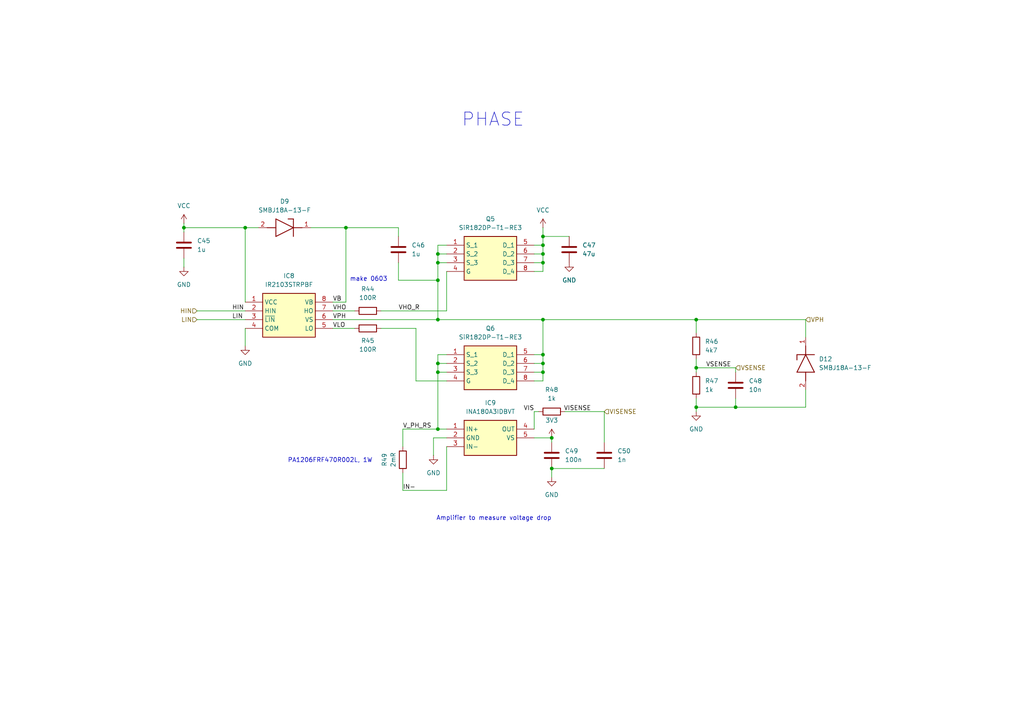
<source format=kicad_sch>
(kicad_sch (version 20250114) (generator "eeschema") (generator_version "9.0")
  (paper "A4")
  (lib_symbols
    (symbol "Device:C" (pin_numbers (hide yes)) (pin_names (offset 0.254))
      (property "Reference" "C" (at 0.635 2.54 0))
      (property "Value" "C" (at 0.635 -2.54 0))
      (symbol "C_0_1"
        (polyline (pts (xy -2.032 0.762) (xy 2.032 0.762)) (stroke (width 0.508)))
        (polyline (pts (xy -2.032 -0.762) (xy 2.032 -0.762)) (stroke (width 0.508)))
      )
      (symbol "C_1_1"
        (pin passive line (at 0 3.81 270) (length 2.794) (name "~") (number "1"))
        (pin passive line (at 0 -3.81 90) (length 2.794) (name "~") (number "2"))
      )
    )
    (symbol "Device:R" (pin_numbers (hide yes)) (pin_names (offset 0))
      (property "Reference" "R" (at 2.032 0 90))
      (property "Value" "R" (at 0 0 90))
      (symbol "R_0_1"
        (rectangle (start -1.016 -2.54) (end 1.016 2.54) (stroke (width 0.254)))
      )
      (symbol "R_1_1"
        (pin passive line (at 0 3.81 270) (length 1.27) (name "~") (number "1"))
        (pin passive line (at 0 -3.81 90) (length 1.27) (name "~") (number "2"))
      )
    )
    (symbol "SamacSys_Parts:INA180A3IDBVT"
      (property "Reference" "IC" (at 21.59 7.62 0))
      (property "Value" "INA180A3IDBVT" (at 21.59 5.08 0))
      (symbol "INA180A3IDBVT_1_1"
        (rectangle (start 5.08 2.54) (end 20.32 -7.62) (stroke (width 0.254)) (fill (type background)))
        (pin passive line (at 0 0 0) (length 5.08) (name "IN+") (number "1"))
        (pin passive line (at 0 -2.54 0) (length 5.08) (name "GND") (number "2"))
        (pin passive line (at 0 -5.08 0) (length 5.08) (name "IN-") (number "3"))
        (pin passive line (at 25.4 0 180) (length 5.08) (name "OUT") (number "4"))
        (pin passive line (at 25.4 -2.54 180) (length 5.08) (name "VS") (number "5"))
      )
    )
    (symbol "SamacSys_Parts:IR2103STRPBF"
      (property "Reference" "IC" (at 21.59 7.62 0))
      (property "Value" "IR2103STRPBF" (at 21.59 5.08 0))
      (symbol "IR2103STRPBF_1_1"
        (rectangle (start 5.08 2.54) (end 20.32 -10.16) (stroke (width 0.254)) (fill (type background)))
        (pin passive line (at 0 0 0) (length 5.08) (name "VCC") (number "1"))
        (pin passive line (at 0 -2.54 0) (length 5.08) (name "HIN") (number "2"))
        (pin passive line (at 0 -5.08 0) (length 5.08) (name "~{LIN}") (number "3"))
        (pin passive line (at 0 -7.62 0) (length 5.08) (name "COM") (number "4"))
        (pin passive line (at 25.4 0 180) (length 5.08) (name "VB") (number "8"))
        (pin passive line (at 25.4 -2.54 180) (length 5.08) (name "HO") (number "7"))
        (pin passive line (at 25.4 -5.08 180) (length 5.08) (name "VS") (number "6"))
        (pin passive line (at 25.4 -7.62 180) (length 5.08) (name "LO") (number "5"))
      )
    )
    (symbol "SamacSys_Parts:SMBJ18A-13-F" (pin_names (hide yes))
      (property "Reference" "D" (at 10.16 8.89 0))
      (property "Value" "SMBJ18A-13-F" (at 10.16 6.35 0))
      (symbol "SMBJ18A-13-F_1_1"
        (polyline (pts (xy 2.54 0) (xy 5.08 0)) (stroke (width 0.254)))
        (polyline (pts (xy 5.08 2.54) (xy 5.08 -2.54)) (stroke (width 0.254)))
        (polyline (pts (xy 5.08 0) (xy 10.16 2.54)) (stroke (width 0.254)))
        (polyline (pts (xy 5.08 -2.54) (xy 6.604 -2.54)) (stroke (width 0.254)))
        (polyline (pts (xy 10.16 -2.54) (xy 5.08 0)) (stroke (width 0.254)))
        (polyline (pts (xy 10.16 -2.54) (xy 10.16 2.54)) (stroke (width 0.254)))
        (polyline (pts (xy 12.7 0) (xy 10.16 0)) (stroke (width 0.254)))
        (pin passive line (at 0 0 0) (length 2.54) (name "K") (number "1"))
        (pin passive line (at 15.24 0 180) (length 2.54) (name "A") (number "2"))
      )
    )
    (symbol "SamacSys_Parts:SiR180DP-T1-RE3"
      (property "Reference" "Q" (at 21.59 7.62 0))
      (property "Value" "SiR180DP-T1-RE3" (at 21.59 5.08 0))
      (symbol "SiR180DP-T1-RE3_1_1"
        (rectangle (start 5.08 2.54) (end 20.32 -10.16) (stroke (width 0.254)) (fill (type background)))
        (pin passive line (at 0 0 0) (length 5.08) (name "S_1") (number "1"))
        (pin passive line (at 0 -2.54 0) (length 5.08) (name "S_2") (number "2"))
        (pin passive line (at 0 -5.08 0) (length 5.08) (name "S_3") (number "3"))
        (pin passive line (at 0 -7.62 0) (length 5.08) (name "G") (number "4"))
        (pin passive line (at 25.4 0 180) (length 5.08) (name "D_1") (number "5"))
        (pin passive line (at 25.4 -2.54 180) (length 5.08) (name "D_2") (number "6"))
        (pin passive line (at 25.4 -5.08 180) (length 5.08) (name "D_3") (number "7"))
        (pin passive line (at 25.4 -7.62 180) (length 5.08) (name "D_4") (number "8"))
      )
    )
    (symbol "power:GND" (power) (pin_numbers (hide yes)) (pin_names (offset 0) (hide yes))
      (property "Value" "GND" (at 0 -3.81 0))
      (symbol "GND_0_1"
        (polyline (pts (xy 0 0) (xy 0 -1.27) (xy 1.27 -1.27) (xy 0 -2.54) (xy -1.27 -1.27) (xy 0 -1.27)))
      )
      (symbol "GND_1_1"
        (pin power_in line (at 0 0 270) (length 0) (name "~") (number "1"))
      )
    )
    (symbol "power:VCC" (power) (pin_numbers (hide yes)) (pin_names (offset 0) (hide yes))
      (property "Value" "VCC" (at 0 3.556 0))
      (symbol "VCC_0_1"
        (polyline (pts (xy -0.762 1.27) (xy 0 2.54)))
        (polyline (pts (xy 0 2.54) (xy 0.762 1.27)))
        (polyline (pts (xy 0 0) (xy 0 2.54)))
      )
      (symbol "VCC_1_1"
        (pin power_in line (at 0 0 90) (length 0) (name "~") (number "1"))
      )
    )
  )
  (text "PA1206FRF470R002L, 1W" (at 95.758 133.604 0) (effects (font (size 1.27 1.27))))
  (text "PHASE" (at 143.002 34.798 0) (effects (font (size 3.81 3.81))))
  (text "make 0603" (at 106.934 81.026 0) (effects (font (size 1.27 1.27))))
  (text "Amplifier to measure voltage drop" (at 143.256 150.368 0) (effects (font (size 1.27 1.27))))
  (junction (at 157.48 92.71))
  (junction (at 100.33 66.04))
  (junction (at 213.36 118.11))
  (junction (at 160.02 135.89))
  (junction (at 201.93 106.68))
  (junction (at 71.12 66.04))
  (junction (at 201.93 92.71))
  (junction (at 157.48 102.87))
  (junction (at 127 107.95))
  (junction (at 157.48 105.41))
  (junction (at 160.02 127))
  (junction (at 157.48 107.95))
  (junction (at 127 81.28))
  (junction (at 53.34 66.04))
  (junction (at 157.48 71.12))
  (junction (at 157.48 73.66))
  (junction (at 201.93 118.11))
  (junction (at 157.48 76.2))
  (junction (at 127 76.2))
  (junction (at 127 124.46))
  (junction (at 127 73.66))
  (junction (at 157.48 68.58))
  (junction (at 127 92.71))
  (junction (at 127 105.41))
  (wire (pts (xy 157.48 105.41) (xy 157.48 107.95)))
  (wire (pts (xy 160.02 127) (xy 160.02 128.27)))
  (wire (pts (xy 96.52 87.63) (xy 100.33 87.63)))
  (wire (pts (xy 127 124.46) (xy 129.54 124.46)))
  (wire (pts (xy 96.52 92.71) (xy 127 92.71)))
  (wire (pts (xy 127 107.95) (xy 129.54 107.95)))
  (wire (pts (xy 201.93 92.71) (xy 233.68 92.71)))
  (wire (pts (xy 157.48 92.71) (xy 157.48 102.87)))
  (wire (pts (xy 175.26 119.38) (xy 175.26 128.27)))
  (wire (pts (xy 71.12 66.04) (xy 71.12 87.63)))
  (wire (pts (xy 127 105.41) (xy 129.54 105.41)))
  (wire (pts (xy 157.48 102.87) (xy 157.48 105.41)))
  (wire (pts (xy 154.94 78.74) (xy 157.48 78.74)))
  (wire (pts (xy 127 76.2) (xy 129.54 76.2)))
  (wire (pts (xy 154.94 107.95) (xy 157.48 107.95)))
  (wire (pts (xy 160.02 135.89) (xy 160.02 138.43)))
  (wire (pts (xy 157.48 68.58) (xy 165.1 68.58)))
  (wire (pts (xy 100.33 66.04) (xy 115.57 66.04)))
  (wire (pts (xy 100.33 87.63) (xy 100.33 66.04)))
  (wire (pts (xy 157.48 76.2) (xy 157.48 73.66)))
  (wire (pts (xy 127 81.28) (xy 127 92.71)))
  (wire (pts (xy 157.48 68.58) (xy 157.48 71.12)))
  (wire (pts (xy 120.65 95.25) (xy 120.65 110.49)))
  (wire (pts (xy 154.94 110.49) (xy 157.48 110.49)))
  (wire (pts (xy 129.54 129.54) (xy 129.54 142.24)))
  (wire (pts (xy 116.84 124.46) (xy 127 124.46)))
  (wire (pts (xy 116.84 142.24) (xy 129.54 142.24)))
  (wire (pts (xy 233.68 118.11) (xy 213.36 118.11)))
  (wire (pts (xy 53.34 64.77) (xy 53.34 66.04)))
  (wire (pts (xy 154.94 71.12) (xy 157.48 71.12)))
  (wire (pts (xy 154.94 124.46) (xy 154.94 119.38)))
  (wire (pts (xy 90.17 66.04) (xy 100.33 66.04)))
  (wire (pts (xy 127 73.66) (xy 127 76.2)))
  (wire (pts (xy 127 73.66) (xy 129.54 73.66)))
  (wire (pts (xy 127 107.95) (xy 127 124.46)))
  (wire (pts (xy 154.94 73.66) (xy 157.48 73.66)))
  (wire (pts (xy 125.73 132.08) (xy 125.73 127)))
  (wire (pts (xy 201.93 115.57) (xy 201.93 118.11)))
  (wire (pts (xy 71.12 95.25) (xy 71.12 100.33)))
  (wire (pts (xy 154.94 76.2) (xy 157.48 76.2)))
  (wire (pts (xy 129.54 102.87) (xy 127 102.87)))
  (wire (pts (xy 129.54 90.17) (xy 129.54 78.74)))
  (wire (pts (xy 201.93 106.68) (xy 201.93 107.95)))
  (wire (pts (xy 157.48 73.66) (xy 157.48 71.12)))
  (wire (pts (xy 116.84 137.16) (xy 116.84 142.24)))
  (wire (pts (xy 129.54 71.12) (xy 127 71.12)))
  (wire (pts (xy 115.57 66.04) (xy 115.57 68.58)))
  (wire (pts (xy 127 71.12) (xy 127 73.66)))
  (wire (pts (xy 163.83 119.38) (xy 175.26 119.38)))
  (wire (pts (xy 157.48 92.71) (xy 201.93 92.71)))
  (wire (pts (xy 154.94 102.87) (xy 157.48 102.87)))
  (wire (pts (xy 201.93 104.14) (xy 201.93 106.68)))
  (wire (pts (xy 71.12 66.04) (xy 74.93 66.04)))
  (wire (pts (xy 120.65 110.49) (xy 129.54 110.49)))
  (wire (pts (xy 154.94 127) (xy 160.02 127)))
  (wire (pts (xy 127 105.41) (xy 127 107.95)))
  (wire (pts (xy 201.93 118.11) (xy 201.93 119.38)))
  (wire (pts (xy 116.84 124.46) (xy 116.84 129.54)))
  (wire (pts (xy 233.68 92.71) (xy 233.68 97.79)))
  (wire (pts (xy 201.93 118.11) (xy 213.36 118.11)))
  (wire (pts (xy 115.57 76.2) (xy 115.57 81.28)))
  (wire (pts (xy 96.52 95.25) (xy 102.87 95.25)))
  (wire (pts (xy 57.15 90.17) (xy 71.12 90.17)))
  (wire (pts (xy 125.73 127) (xy 129.54 127)))
  (wire (pts (xy 110.49 90.17) (xy 129.54 90.17)))
  (wire (pts (xy 213.36 118.11) (xy 213.36 115.57)))
  (wire (pts (xy 110.49 95.25) (xy 120.65 95.25)))
  (wire (pts (xy 53.34 74.93) (xy 53.34 77.47)))
  (wire (pts (xy 96.52 90.17) (xy 102.87 90.17)))
  (wire (pts (xy 127 76.2) (xy 127 81.28)))
  (wire (pts (xy 157.48 107.95) (xy 157.48 110.49)))
  (wire (pts (xy 127 102.87) (xy 127 105.41)))
  (wire (pts (xy 154.94 119.38) (xy 156.21 119.38)))
  (wire (pts (xy 213.36 106.68) (xy 213.36 107.95)))
  (wire (pts (xy 201.93 92.71) (xy 201.93 96.52)))
  (wire (pts (xy 157.48 66.04) (xy 157.48 68.58)))
  (wire (pts (xy 57.15 92.71) (xy 71.12 92.71)))
  (wire (pts (xy 201.93 106.68) (xy 213.36 106.68)))
  (wire (pts (xy 53.34 66.04) (xy 53.34 67.31)))
  (wire (pts (xy 160.02 135.89) (xy 175.26 135.89)))
  (wire (pts (xy 53.34 66.04) (xy 71.12 66.04)))
  (wire (pts (xy 154.94 105.41) (xy 157.48 105.41)))
  (wire (pts (xy 233.68 113.03) (xy 233.68 118.11)))
  (wire (pts (xy 157.48 78.74) (xy 157.48 76.2)))
  (wire (pts (xy 127 92.71) (xy 157.48 92.71)))
  (wire (pts (xy 115.57 81.28) (xy 127 81.28)))
  (label "VPH" (at 96.52 92.71 0))
  (label "VB" (at 96.52 87.63 0))
  (label "VIS" (at 154.94 119.38 180))
  (label "VHO" (at 96.52 90.17 0))
  (label "V_PH_RS" (at 116.84 124.46 0))
  (label "VSENSE" (at 212.09 106.68 180))
  (label "LIN" (at 67.31 92.71 0))
  (label "VISENSE" (at 171.45 119.38 180))
  (label "HIN" (at 67.31 90.17 0))
  (label "IN-" (at 116.84 142.24 0))
  (label "VHO_R" (at 115.57 90.17 0))
  (label "VLO" (at 96.52 95.25 0))
  (hierarchical_label "HIN" (shape input) (at 57.15 90.17 180))
  (hierarchical_label "VSENSE" (shape input) (at 213.36 106.68 0))
  (hierarchical_label "VPH" (shape input) (at 233.68 92.71 0))
  (hierarchical_label "VISENSE" (shape input) (at 175.26 119.38 0))
  (hierarchical_label "LIN" (shape input) (at 57.15 92.71 180))
  (symbol (lib_id "power:GND") (at 165.1 76.2 0) (unit 1)
    (property "Reference" "#PWR050" (effects (hide yes)))
    (property "Value" "GND" (at 165.1 81.28 0))
    (property "Description" "Power symbol creates a global label with name \"GND\" , ground" (effects (hide yes)))
    (instances (project "esc" (path "" (reference "#PWR078") (unit 1)) (path "" (reference "#PWR050") (unit 1)) (path "" (reference "#PWR059") (unit 1))))
  )
  (symbol (lib_id "SamacSys_Parts:SMBJ18A-13-F") (at 90.17 66.04 180) (unit 1)
    (property "Reference" "D5" (at 82.55 58.42 0))
    (property "Value" "SMBJ18A-13-F" (at 82.55 60.96 0))
    (property "Footprint" "SamacSys_Parts:DIOM5336X250N" (effects (hide yes)))
    (property "Datasheet" "http://uk.rs-online.com/web/p/products/1697414" (effects (hide yes)))
    (property "Description" "Diodes Inc SMBJ18A-13-F Uni-Directional TVS Diode, 600W peak, 2-Pin SMB" (effects (hide yes)))
    (property "Height" "2.5" (effects (hide yes)))
    (property "Manufacturer_Name" "Diodes Incorporated" (effects (hide yes)))
    (property "Manufacturer_Part_Number" "SMBJ18A-13-F" (effects (hide yes)))
    (property "Mouser Part Number" "621-SMBJ18A-13-F" (effects (hide yes)))
    (property "Mouser Price/Stock" "http://www.mouser.com/Search/ProductDetail.aspx?qs=gaDBXWSqsDBisKX%2fYSuPGA%3d%3d" (effects (hide yes)))
    (property "Arrow Part Number" "SMBJ18A-13-F" (effects (hide yes)))
    (property "Arrow Price/Stock" "https://www.arrow.com/en/products/smbj18a-13-f/diodes-incorporated?region=nac" (effects (hide yes)))
    (property "Link" "https://eu.mouser.com/ProductDetail/Diodes-Incorporated/SMBJ18A-13-F?qs=gaDBXWSqsDBisKX%2FYSuPGA%3D%3D" (effects (hide yes)))
    (property "MF" " Diodes Incorporated " (effects (hide yes)))
    (property "MP" "SMBJ18A-13-F " (effects (hide yes)))
    (property "MPN" "621-SMBJ18A-13-F " (effects (hide yes)))
    (instances (project "" (path "" (reference "D9") (unit 1)) (path "" (reference "D5") (unit 1)) (path "" (reference "D7") (unit 1))))
  )
  (symbol (lib_id "Device:R") (at 160.02 119.38 90) (unit 1)
    (property "Reference" "R30" (at 160.02 113.03 90))
    (property "Value" "1k" (at 160.02 115.57 90))
    (property "Footprint" "Resistor_SMD:R_0603_1608Metric" (effects (hide yes)))
    (property "Description" "Resistor" (effects (hide yes)))
    (property "Link" "https://www.mouser.de/ProductDetail/Vishay-Dale/CRCW06031K00FKED?qs=sGAEpiMZZMtlubZbdhIBIKbhzOdzan%2FGTch9K0lp5pQ%3D" (effects (hide yes)))
    (property "MF" "Vishay / Dale " (effects (hide yes)))
    (property "MP" "CRCW06031K00FKED " (effects (hide yes)))
    (property "MPN" "71-CRCW06031K00FKED" (effects (hide yes)))
    (instances (project "esc" (path "" (reference "R48") (unit 1)) (path "" (reference "R30") (unit 1)) (path "" (reference "R36") (unit 1))))
  )
  (symbol (lib_id "power:GND") (at 201.93 119.38 0) (unit 1)
    (property "Reference" "#PWR053" (effects (hide yes)))
    (property "Value" "GND" (at 201.93 124.46 0))
    (property "Description" "Power symbol creates a global label with name \"GND\" , ground" (effects (hide yes)))
    (instances (project "esc" (path "" (reference "#PWR081") (unit 1)) (path "" (reference "#PWR053") (unit 1)) (path "" (reference "#PWR062") (unit 1))))
  )
  (symbol (lib_id "power:VCC") (at 157.48 66.04 0) (unit 1)
    (property "Reference" "#PWR049" (effects (hide yes)))
    (property "Value" "VCC" (at 157.48 60.96 0))
    (property "Description" "Power symbol creates a global label with name \"VCC\"" (effects (hide yes)))
    (instances (project "esc" (path "" (reference "#PWR077") (unit 1)) (path "" (reference "#PWR049") (unit 1)) (path "" (reference "#PWR058") (unit 1))))
  )
  (symbol (lib_id "power:VCC") (at 53.34 64.77 0) (unit 1)
    (property "Reference" "#PWR048" (effects (hide yes)))
    (property "Value" "VCC" (at 53.34 59.69 0))
    (property "Description" "Power symbol creates a global label with name \"VCC\"" (effects (hide yes)))
    (instances (project "esc" (path "" (reference "#PWR076") (unit 1)) (path "" (reference "#PWR048") (unit 1)) (path "" (reference "#PWR057") (unit 1))))
  )
  (symbol (lib_id "SamacSys_Parts:SiR180DP-T1-RE3") (at 129.54 102.87 0) (unit 1)
    (property "Reference" "Q2" (at 142.24 95.25 0))
    (property "Value" "SiR182DP-T1-RE3" (at 142.24 97.79 0))
    (property "Footprint" "SamacSys_Parts:SI7141DPT1GE3" (effects (hide yes)))
    (property "Datasheet" "https://www.vishay.com/docs/76233/sir180dp.pdf" (effects (hide yes)))
    (property "Description" "VISHAY - SIR180DP-T1-RE3 - MOSFET, N-CH, 60V, 60A, POWERPAK SO" (effects (hide yes)))
    (property "Manufacturer_Name" "Vishay" (effects (hide yes)))
    (property "Manufacturer_Part_Number" "SiR180DP-T1-RE3" (effects (hide yes)))
    (property "Mouser Part Number" "78-SIR180DP-T1-RE3" (effects (hide yes)))
    (property "Mouser Price/Stock" "https://www.mouser.co.uk/ProductDetail/Vishay-Siliconix/SIR180DP-T1-RE3?qs=lYGu3FyN48fOYZK9fT%252B0jA%3D%3D" (effects (hide yes)))
    (property "Arrow Part Number" "SIR180DP-T1-RE3" (effects (hide yes)))
    (property "Arrow Price/Stock" "https://www.arrow.com/en/products/sir180dp-t1-re3/vishay" (effects (hide yes)))
    (property "Link" "https://www.mouser.de/ProductDetail/Vishay-Siliconix/SIR182DP-T1-RE3?qs=BZBei1rCqCAnM3726exXMw%3D%3D" (effects (hide yes)))
    (property "MF" " Vishay / Siliconix " (effects (hide yes)))
    (property "MP" "SIR182DP-T1-RE3 " (effects (hide yes)))
    (property "MPN" "78-SIR182DP-T1-RE3 " (effects (hide yes)))
    (instances (project "" (path "" (reference "Q6") (unit 1)) (path "" (reference "Q2") (unit 1)) (path "" (reference "Q4") (unit 1))))
  )
  (symbol (lib_id "Device:R") (at 106.68 90.17 90) (unit 1)
    (property "Reference" "R26" (at 106.68 83.82 90))
    (property "Value" "100R" (at 106.68 86.36 90))
    (property "Footprint" "Resistor_SMD:R_0603_1608Metric" (effects (hide yes)))
    (property "Description" "Resistor" (effects (hide yes)))
    (property "Link" "https://www.mouser.de/ProductDetail/Susumu/RG0603P-101-D-T10?qs=amGC7iS6iy8p2KCMQy1Fkw%3D%3D" (effects (hide yes)))
    (property "MF" " Susumu " (effects (hide yes)))
    (property "MP" "RG0603P-101-D-T10 " (effects (hide yes)))
    (property "MPN" "754-RG0603P-101-D " (effects (hide yes)))
    (instances (project "esc" (path "" (reference "R44") (unit 1)) (path "" (reference "R26") (unit 1)) (path "" (reference "R32") (unit 1))))
  )
  (symbol (lib_id "Device:C") (at 53.34 71.12 0) (unit 1)
    (property "Reference" "C28" (at 57.15 69.8499 0) (effects (justify left)))
    (property "Value" "1u" (at 57.15 72.3899 0) (effects (justify left)))
    (property "Footprint" "Capacitor_SMD:C_0603_1608Metric" (effects (hide yes)))
    (property "Description" "Unpolarized capacitor" (effects (hide yes)))
    (property "Link" "https://www.mouser.de/ProductDetail/TAIYO-YUDEN/MBJCT168CB7105KRPA01?qs=tlsG%2FOw5FFiW4D2JlbGZ0Q%3D%3D" (effects (hide yes)))
    (property "MF" " TAIYO YUDEN " (effects (hide yes)))
    (property "MP" " MBJCT168CB7105KRPA01 " (effects (hide yes)))
    (property "MPN" "963-BJCT168CB7105KR " (effects (hide yes)))
    (instances (project "esc" (path "" (reference "C45") (unit 1)) (path "" (reference "C28") (unit 1)) (path "" (reference "C34") (unit 1))))
  )
  (symbol (lib_id "Device:C") (at 160.02 132.08 0) (unit 1)
    (property "Reference" "C32" (at 163.83 130.8099 0) (effects (justify left)))
    (property "Value" "100n" (at 163.83 133.3499 0) (effects (justify left)))
    (property "Footprint" "Capacitor_SMD:C_0402_1005Metric" (effects (hide yes)))
    (property "Description" "Unpolarized capacitor" (effects (hide yes)))
    (property "Link" "https://www.mouser.de/ProductDetail/Murata-Electronics/GRM02YR60G104ME01L?qs=sGAEpiMZZMvsSlwiRhF8qtsGU%2FCnaNeQz9wKg5C9GCFQHvB0t%2FlOkg%3D%3D" (effects (hide yes)))
    (property "MF" "Murata Electronics " (effects (hide yes)))
    (property "MP" "GRM02YR60G104ME01L " (effects (hide yes)))
    (property "MPN" "81-GRM02YR60G104ME1L " (effects (hide yes)))
    (instances (project "esc" (path "" (reference "C49") (unit 1)) (path "" (reference "C32") (unit 1)) (path "" (reference "C38") (unit 1))))
  )
  (symbol (lib_id "power:GND") (at 160.02 138.43 0) (unit 1)
    (property "Reference" "#PWR056" (effects (hide yes)))
    (property "Value" "GND" (at 160.02 143.51 0))
    (property "Description" "Power symbol creates a global label with name \"GND\" , ground" (effects (hide yes)))
    (instances (project "esc" (path "" (reference "#PWR084") (unit 1)) (path "" (reference "#PWR056") (unit 1)) (path "" (reference "#PWR065") (unit 1))))
  )
  (symbol (lib_id "Device:R") (at 201.93 100.33 180) (unit 1)
    (property "Reference" "R28" (at 204.47 99.0599 0) (effects (justify right)))
    (property "Value" "4k7" (at 204.47 101.5999 0) (effects (justify right)))
    (property "Footprint" "Resistor_SMD:R_0603_1608Metric" (effects (hide yes)))
    (property "Description" "Resistor" (effects (hide yes)))
    (property "Link" "https://www.mouser.de/ProductDetail/KOA-Speer/RN73H1ETTP4701D25?qs=9tvNVxbbcEqGYY49eq7YbA%3D%3D" (effects (hide yes)))
    (property "MF" "KOA Speer " (effects (hide yes)))
    (property "MP" "RN73H1ETTP4701D25 " (effects (hide yes)))
    (property "MPN" "660-RN73H1ETP4701D25 " (effects (hide yes)))
    (instances (project "esc" (path "" (reference "R46") (unit 1)) (path "" (reference "R28") (unit 1)) (path "" (reference "R34") (unit 1))))
  )
  (symbol (lib_id "Device:R") (at 116.84 133.35 0) (unit 1)
    (property "Reference" "R31" (at 111.506 133.35 90))
    (property "Value" "2mR" (at 114.046 133.35 90))
    (property "Footprint" "Resistor_SMD:R_1206_3216Metric" (effects (hide yes)))
    (property "Description" "Resistor" (effects (hide yes)))
    (property "Link" "https://www.mouser.de/ProductDetail/YAGEO/PA1206FRF470R002L?qs=w%2Fv1CP2dgqqJolUeSgPIEA%3D%3D" (effects (hide yes)))
    (property "MF" " YAGEO " (effects (hide yes)))
    (property "MP" "PA1206FRF470R002L " (effects (hide yes)))
    (property "MPN" "603-P1206FRF470R002L " (effects (hide yes)))
    (instances (project "esc" (path "" (reference "R49") (unit 1)) (path "" (reference "R31") (unit 1)) (path "" (reference "R37") (unit 1))))
  )
  (symbol (lib_id "Device:R") (at 201.93 111.76 180) (unit 1)
    (property "Reference" "R29" (at 204.47 110.4899 0) (effects (justify right)))
    (property "Value" "1k" (at 204.47 113.0299 0) (effects (justify right)))
    (property "Footprint" "Resistor_SMD:R_0603_1608Metric" (effects (hide yes)))
    (property "Description" "Resistor" (effects (hide yes)))
    (property "Link" "https://www.mouser.de/ProductDetail/Vishay-Dale/CRCW06031K00FKED?qs=sGAEpiMZZMtlubZbdhIBIKbhzOdzan%2FGTch9K0lp5pQ%3D" (effects (hide yes)))
    (property "MF" "Vishay / Dale " (effects (hide yes)))
    (property "MP" "CRCW06031K00FKED " (effects (hide yes)))
    (property "MPN" "71-CRCW06031K00FKED" (effects (hide yes)))
    (instances (project "esc" (path "" (reference "R47") (unit 1)) (path "" (reference "R29") (unit 1)) (path "" (reference "R35") (unit 1))))
  )
  (symbol (lib_id "SamacSys_Parts:SMBJ18A-13-F") (at 233.68 97.79 270) (unit 1)
    (property "Reference" "D10" (at 237.49 104.1399 90) (effects (justify left)))
    (property "Value" "SMBJ18A-13-F" (at 237.49 106.6799 90) (effects (justify left)))
    (property "Footprint" "SamacSys_Parts:DIOM5336X250N" (effects (hide yes)))
    (property "Datasheet" "http://uk.rs-online.com/web/p/products/1697414" (effects (hide yes)))
    (property "Description" "Diodes Inc SMBJ18A-13-F Uni-Directional TVS Diode, 600W peak, 2-Pin SMB" (effects (hide yes)))
    (property "Height" "2.5" (effects (hide yes)))
    (property "Manufacturer_Name" "Diodes Incorporated" (effects (hide yes)))
    (property "Manufacturer_Part_Number" "SMBJ18A-13-F" (effects (hide yes)))
    (property "Mouser Part Number" "621-SMBJ18A-13-F" (effects (hide yes)))
    (property "Mouser Price/Stock" "http://www.mouser.com/Search/ProductDetail.aspx?qs=gaDBXWSqsDBisKX%2fYSuPGA%3d%3d" (effects (hide yes)))
    (property "Arrow Part Number" "SMBJ18A-13-F" (effects (hide yes)))
    (property "Arrow Price/Stock" "https://www.arrow.com/en/products/smbj18a-13-f/diodes-incorporated?region=nac" (effects (hide yes)))
    (property "Link" "https://eu.mouser.com/ProductDetail/Diodes-Incorporated/SMBJ18A-13-F?qs=gaDBXWSqsDBisKX%2FYSuPGA%3D%3D" (effects (hide yes)))
    (property "MF" " Diodes Incorporated " (effects (hide yes)))
    (property "MP" "SMBJ18A-13-F " (effects (hide yes)))
    (property "MPN" "621-SMBJ18A-13-F " (effects (hide yes)))
    (instances (project "" (path "" (reference "D12") (unit 1)) (path "" (reference "D10") (unit 1)) (path "" (reference "D11") (unit 1))))
  )
  (symbol (lib_id "Device:C") (at 115.57 72.39 0) (unit 1)
    (property "Reference" "C29" (at 119.38 71.1199 0) (effects (justify left)))
    (property "Value" "1u" (at 119.38 73.6599 0) (effects (justify left)))
    (property "Footprint" "Capacitor_SMD:C_0603_1608Metric" (effects (hide yes)))
    (property "Description" "Unpolarized capacitor" (effects (hide yes)))
    (property "Link" "https://www.mouser.de/ProductDetail/TAIYO-YUDEN/MBJCT168CB7105KRPA01?qs=tlsG%2FOw5FFiW4D2JlbGZ0Q%3D%3D" (effects (hide yes)))
    (property "MF" " TAIYO YUDEN " (effects (hide yes)))
    (property "MP" " MBJCT168CB7105KRPA01 " (effects (hide yes)))
    (property "MPN" "963-BJCT168CB7105KR " (effects (hide yes)))
    (instances (project "esc" (path "" (reference "C46") (unit 1)) (path "" (reference "C29") (unit 1)) (path "" (reference "C35") (unit 1))))
  )
  (symbol (lib_id "Device:R") (at 106.68 95.25 270) (unit 1)
    (property "Reference" "R27" (at 106.68 98.806 90))
    (property "Value" "100R" (at 106.68 101.346 90))
    (property "Footprint" "Resistor_SMD:R_0603_1608Metric" (effects (hide yes)))
    (property "Description" "Resistor" (effects (hide yes)))
    (property "Link" "https://www.mouser.de/ProductDetail/Susumu/RG0603P-101-D-T10?qs=amGC7iS6iy8p2KCMQy1Fkw%3D%3D" (effects (hide yes)))
    (property "MF" " Susumu " (effects (hide yes)))
    (property "MP" "RG0603P-101-D-T10 " (effects (hide yes)))
    (property "MPN" "754-RG0603P-101-D " (effects (hide yes)))
    (instances (project "esc" (path "" (reference "R45") (unit 1)) (path "" (reference "R27") (unit 1)) (path "" (reference "R33") (unit 1))))
  )
  (symbol (lib_id "power:GND") (at 53.34 77.47 0) (unit 1)
    (property "Reference" "#PWR051" (effects (hide yes)))
    (property "Value" "GND" (at 53.34 82.55 0))
    (property "Description" "Power symbol creates a global label with name \"GND\" , ground" (effects (hide yes)))
    (instances (project "esc" (path "" (reference "#PWR079") (unit 1)) (path "" (reference "#PWR051") (unit 1)) (path "" (reference "#PWR060") (unit 1))))
  )
  (symbol (lib_id "power:GND") (at 125.73 132.08 0) (unit 1)
    (property "Reference" "#PWR055" (effects (hide yes)))
    (property "Value" "GND" (at 125.73 137.16 0))
    (property "Description" "Power symbol creates a global label with name \"GND\" , ground" (effects (hide yes)))
    (instances (project "esc" (path "" (reference "#PWR083") (unit 1)) (path "" (reference "#PWR055") (unit 1)) (path "" (reference "#PWR064") (unit 1))))
  )
  (symbol (lib_id "Device:C") (at 175.26 132.08 0) (unit 1)
    (property "Reference" "C33" (at 179.07 130.8099 0) (effects (justify left)))
    (property "Value" "1n" (at 179.07 133.3499 0) (effects (justify left)))
    (property "Footprint" "Capacitor_SMD:C_0402_1005Metric" (effects (hide yes)))
    (property "Description" "Unpolarized capacitor" (effects (hide yes)))
    (property "Link" "https://www.mouser.de/ProductDetail/TAIYO-YUDEN/MLASE042SB5102MWNA01?qs=tlsG%2FOw5FFhDNhy8ETfNOw%3D%3D" (effects (hide yes)))
    (property "MF" " TAIYO YUDEN " (effects (hide yes)))
    (property "MP" " MLASE042SB5102MWNA01 " (effects (hide yes)))
    (property "MPN" "963-MLASE042SB5102MW " (effects (hide yes)))
    (instances (project "esc" (path "" (reference "C50") (unit 1)) (path "" (reference "C33") (unit 1)) (path "" (reference "C39") (unit 1))))
  )
  (symbol (lib_id "power:GND") (at 71.12 100.33 0) (unit 1)
    (property "Reference" "#PWR052" (effects (hide yes)))
    (property "Value" "GND" (at 71.12 105.41 0))
    (property "Description" "Power symbol creates a global label with name \"GND\" , ground" (effects (hide yes)))
    (instances (project "esc" (path "" (reference "#PWR080") (unit 1)) (path "" (reference "#PWR052") (unit 1)) (path "" (reference "#PWR061") (unit 1))))
  )
  (symbol (lib_id "SamacSys_Parts:SiR180DP-T1-RE3") (at 129.54 71.12 0) (unit 1)
    (property "Reference" "Q1" (at 142.24 63.5 0))
    (property "Value" "SiR182DP-T1-RE3" (at 142.24 66.04 0))
    (property "Footprint" "SamacSys_Parts:SI7141DPT1GE3" (effects (hide yes)))
    (property "Datasheet" "https://www.vishay.com/docs/76233/sir180dp.pdf" (effects (hide yes)))
    (property "Description" "VISHAY - SIR180DP-T1-RE3 - MOSFET, N-CH, 60V, 60A, POWERPAK SO" (effects (hide yes)))
    (property "Manufacturer_Name" "Vishay" (effects (hide yes)))
    (property "Manufacturer_Part_Number" "SiR180DP-T1-RE3" (effects (hide yes)))
    (property "Mouser Part Number" "78-SIR180DP-T1-RE3" (effects (hide yes)))
    (property "Mouser Price/Stock" "https://www.mouser.co.uk/ProductDetail/Vishay-Siliconix/SIR180DP-T1-RE3?qs=lYGu3FyN48fOYZK9fT%252B0jA%3D%3D" (effects (hide yes)))
    (property "Arrow Part Number" "SIR180DP-T1-RE3" (effects (hide yes)))
    (property "Arrow Price/Stock" "https://www.arrow.com/en/products/sir180dp-t1-re3/vishay" (effects (hide yes)))
    (property "Link" "https://www.mouser.de/ProductDetail/Vishay-Siliconix/SIR182DP-T1-RE3?qs=BZBei1rCqCAnM3726exXMw%3D%3D" (effects (hide yes)))
    (property "MF" " Vishay / Siliconix " (effects (hide yes)))
    (property "MP" "SIR182DP-T1-RE3 " (effects (hide yes)))
    (property "MPN" "78-SIR182DP-T1-RE3 " (effects (hide yes)))
    (instances (project "esc" (path "" (reference "Q5") (unit 1)) (path "" (reference "Q1") (unit 1)) (path "" (reference "Q3") (unit 1))))
  )
  (symbol (lib_id "SamacSys_Parts:INA180A3IDBVT") (at 129.54 124.46 0) (unit 1)
    (property "Reference" "IC4" (at 142.24 116.84 0))
    (property "Value" "INA180A3IDBVT" (at 142.24 119.38 0))
    (property "Footprint" "SamacSys_Parts:SOT95P280X145-5N" (effects (hide yes)))
    (property "Datasheet" "http://www.ti.com/lit/gpn/ina180" (effects (hide yes)))
    (property "Description" "26V, 350kHz Bandwidth, Low- or High-Side Voltage Output Current Sense Amplifier" (effects (hide yes)))
    (property "Height" "1.45" (effects (hide yes)))
    (property "Manufacturer_Name" "Texas Instruments" (effects (hide yes)))
    (property "Manufacturer_Part_Number" "INA180A3IDBVT" (effects (hide yes)))
    (property "Mouser Part Number" "595-INA180A3IDBVT" (effects (hide yes)))
    (property "Mouser Price/Stock" "https://www.mouser.co.uk/ProductDetail/Texas-Instruments/INA180A3IDBVT?qs=5aG0NVq1C4yYIoZxdnrAcQ%3D%3D" (effects (hide yes)))
    (property "Arrow Part Number" "INA180A3IDBVT" (effects (hide yes)))
    (property "Arrow Price/Stock" "https://www.arrow.com/en/products/ina180a3idbvt/texas-instruments?utm_currency=USD&region=europe" (effects (hide yes)))
    (property "Link" "https://www.mouser.de/ProductDetail/Texas-Instruments/INA180A3IDBVT?qs=5aG0NVq1C4yYIoZxdnrAcQ%3D%3D" (effects (hide yes)))
    (property "MF" " Texas Instruments " (effects (hide yes)))
    (property "MP" "INA180A3IDBVT " (effects (hide yes)))
    (property "MPN" " 595-INA180A3IDBVT " (effects (hide yes)))
    (instances (project "" (path "" (reference "IC9") (unit 1)) (path "" (reference "IC4") (unit 1)) (path "" (reference "IC6") (unit 1))))
  )
  (symbol (lib_id "power:VCC") (at 160.02 127 0) (unit 1)
    (property "Reference" "#PWR054" (effects (hide yes)))
    (property "Value" "3V3" (at 160.02 121.92 0))
    (property "Description" "Power symbol creates a global label with name \"VCC\"" (effects (hide yes)))
    (instances (project "esc" (path "" (reference "#PWR082") (unit 1)) (path "" (reference "#PWR054") (unit 1)) (path "" (reference "#PWR063") (unit 1))))
  )
  (symbol (lib_id "Device:C") (at 165.1 72.39 0) (unit 1)
    (property "Reference" "C30" (at 168.91 71.1199 0) (effects (justify left)))
    (property "Value" "47u" (at 168.91 73.6599 0) (effects (justify left)))
    (property "Footprint" "Capacitor_SMD:C_1206_3216Metric" (effects (hide yes)))
    (property "Description" "Unpolarized capacitor" (effects (hide yes)))
    (property "Manufacturer_Part_Number" "MLASE31LBB5476MTNA01" (effects (hide yes)))
    (property "Mouser Part Number" "963-MLASE31LBB5476MT " (effects (hide yes)))
    (property "Link" "https://www.mouser.de/ProductDetail/TDK/C3216X5R1E476M160AC?qs=NRhsANhppD%252BqapdVvBvu4Q%3D%3D" (effects (hide yes)))
    (property "MF" " TDK " (effects (hide yes)))
    (property "MP" " C3216X5R1E476M160AC " (effects (hide yes)))
    (property "MPN" "810-C3216X5R1E476M " (effects (hide yes)))
    (instances (project "esc" (path "" (reference "C47") (unit 1)) (path "" (reference "C30") (unit 1)) (path "" (reference "C36") (unit 1))))
  )
  (symbol (lib_id "SamacSys_Parts:IR2103STRPBF") (at 71.12 87.63 0) (unit 1)
    (property "Reference" "IC3" (at 83.82 80.01 0))
    (property "Value" "IR2103STRPBF" (at 83.82 82.55 0))
    (property "Footprint" "SamacSys_Parts:SOIC127P600X175-8N" (effects (hide yes)))
    (property "Datasheet" "https://www.infineon.com/cms/en/product/power/gate-driver-ics/?" (effects (hide yes)))
    (property "Description" "Gate Drivers Half Bridge Driver 520ns" (effects (hide yes)))
    (property "Height" "1.75" (effects (hide yes)))
    (property "Manufacturer_Name" "Infineon" (effects (hide yes)))
    (property "Manufacturer_Part_Number" "IR2103STRPBF" (effects (hide yes)))
    (property "Mouser Part Number" "942-IR2103STRPBF" (effects (hide yes)))
    (property "Mouser Price/Stock" "https://www.mouser.co.uk/ProductDetail/Infineon-Technologies/IR2103STRPBF?qs=2r01AXMCG3MUNnnJnNllYQ%3D%3D" (effects (hide yes)))
    (property "Arrow Part Number" "IR2103STRPBF" (effects (hide yes)))
    (property "Arrow Price/Stock" "https://www.arrow.com/en/products/ir2103strpbf/infineon-technologies-ag?utm_currency=USD&region=nac" (effects (hide yes)))
    (property "Link" "https://www.mouser.de/ProductDetail/Infineon-Technologies/IR2103STRPBF?qs=2r01AXMCG3MUNnnJnNllYQ%3D%3D" (effects (hide yes)))
    (property "MF" " Infineon Technologies " (effects (hide yes)))
    (property "MP" " IR2103STRPBF " (effects (hide yes)))
    (property "MPN" "942-IR2103STRPBF " (effects (hide yes)))
    (instances (project "" (path "" (reference "IC8") (unit 1)) (path "" (reference "IC3") (unit 1)) (path "" (reference "IC5") (unit 1))))
  )
  (symbol (lib_id "Device:C") (at 213.36 111.76 0) (unit 1)
    (property "Reference" "C31" (at 217.17 110.4899 0) (effects (justify left)))
    (property "Value" "10n" (at 217.17 113.0299 0) (effects (justify left)))
    (property "Footprint" "Capacitor_SMD:C_0402_1005Metric" (effects (hide yes)))
    (property "Description" "Unpolarized capacitor" (effects (hide yes)))
    (property "Link" "https://www.mouser.de/ProductDetail/Vishay-Vitramon/VJ0402Y103KXJAC31X?qs=%252BRX4mxi9f%2F9MQMm3%252BCiqZg%3D%3D" (effects (hide yes)))
    (property "MF" " Vishay / Vitramon " (effects (hide yes)))
    (property "MP" " VJ0402Y103KXJAC31X " (effects (hide yes)))
    (property "MPN" "77-V0402Y103KXJAC31X " (effects (hide yes)))
    (instances (project "esc" (path "" (reference "C48") (unit 1)) (path "" (reference "C31") (unit 1)) (path "" (reference "C37") (unit 1))))
  )
)
</source>
